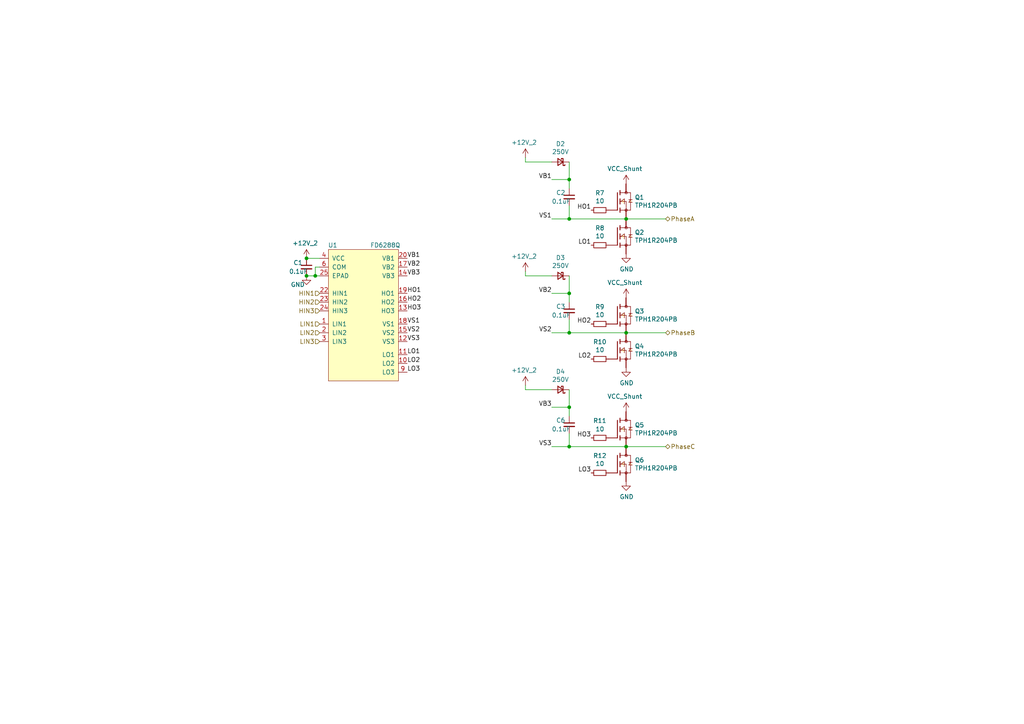
<source format=kicad_sch>
(kicad_sch (version 20250114) (generator "eeschema") (generator_version "9.0")
  (paper "A4")
  (lib_symbols
    (symbol "Device:C_Small" (pin_numbers (hide yes)) (pin_names (offset 0.254) (hide yes))
      (property "Reference" "C" (at 0.254 1.778 0))
      (property "Value" "C_Small" (at 0.254 -2.032 0))
      (symbol "C_Small_0_1"
        (polyline (pts (xy -1.524 0.508) (xy 1.524 0.508)) (stroke (width 0.3048)))
        (polyline (pts (xy -1.524 -0.508) (xy 1.524 -0.508)) (stroke (width 0.3302)))
      )
      (symbol "C_Small_1_1"
        (pin passive line (at 0 2.54 270) (length 2.032) (name "~") (number "1"))
        (pin passive line (at 0 -2.54 90) (length 2.032) (name "~") (number "2"))
      )
    )
    (symbol "Device:D_Schottky_Small" (pin_numbers (hide yes)) (pin_names (offset 0.254) (hide yes))
      (property "Reference" "D" (at -1.27 2.032 0))
      (property "Value" "D_Schottky_Small" (at -7.112 -2.032 0))
      (symbol "D_Schottky_Small_0_1"
        (polyline (pts (xy -1.27 0.762) (xy -1.27 1.016) (xy -0.762 1.016) (xy -0.762 -1.016) (xy -0.254 -1.016) (xy -0.254 -0.762)) (stroke (width 0.254)))
        (polyline (pts (xy -0.762 0) (xy 0.762 0)))
        (polyline (pts (xy 0.762 -1.016) (xy -0.762 0) (xy 0.762 1.016) (xy 0.762 -1.016)) (stroke (width 0.254)))
      )
      (symbol "D_Schottky_Small_1_1"
        (pin passive line (at -2.54 0 0) (length 1.778) (name "K") (number "1"))
        (pin passive line (at 2.54 0 180) (length 1.778) (name "A") (number "2"))
      )
    )
    (symbol "Device:R_Small" (pin_numbers (hide yes)) (pin_names (offset 0.254) (hide yes))
      (property "Reference" "R" (at 0 0 90))
      (property "Value" "R_Small" (at 1.778 0 90))
      (symbol "R_Small_0_1"
        (rectangle (start -0.762 1.778) (end 0.762 -1.778) (stroke (width 0.2032)))
      )
      (symbol "R_Small_1_1"
        (pin passive line (at 0 2.54 270) (length 0.762) (name "~") (number "1"))
        (pin passive line (at 0 -2.54 90) (length 0.762) (name "~") (number "2"))
      )
    )
    (symbol "Driver_FET:FD6288Q" (pin_names (offset 1.016))
      (property "Reference" "U" (at 1.27 -11.43 0))
      (property "Value" "Driver_FET_FD6288Q" (at 1.27 -13.335 0))
      (symbol "FD6288Q_0_1"
        (rectangle (start -8.89 -3.81) (end 11.43 -41.91) (stroke (width 0.127)) (fill (type background)))
      )
      (symbol "FD6288Q_1_1"
        (pin power_in line (at -11.43 -6.35 0) (length 2.54) (name "VCC") (number "4"))
        (pin power_in line (at -11.43 -8.89 0) (length 2.54) (name "COM") (number "6"))
        (pin power_in line (at -11.43 -11.43 0) (length 2.54) (name "EPAD") (number "25"))
        (pin bidirectional line (at -11.43 -16.51 0) (length 2.54) (name "HIN1") (number "22"))
        (pin bidirectional line (at -11.43 -19.05 0) (length 2.54) (name "HIN2") (number "23"))
        (pin bidirectional line (at -11.43 -21.59 0) (length 2.54) (name "HIN3") (number "24"))
        (pin bidirectional line (at -11.43 -25.4 0) (length 2.54) (name "LIN1") (number "1"))
        (pin bidirectional line (at -11.43 -27.94 0) (length 2.54) (name "LIN2") (number "2"))
        (pin bidirectional line (at -11.43 -30.48 0) (length 2.54) (name "LIN3") (number "3"))
        (pin bidirectional line (at 13.97 -6.35 180) (length 2.54) (name "VB1") (number "20"))
        (pin bidirectional line (at 13.97 -8.89 180) (length 2.54) (name "VB2") (number "17"))
        (pin bidirectional line (at 13.97 -11.43 180) (length 2.54) (name "VB3") (number "14"))
        (pin bidirectional line (at 13.97 -16.51 180) (length 2.54) (name "HO1") (number "19"))
        (pin bidirectional line (at 13.97 -19.05 180) (length 2.54) (name "HO2") (number "16"))
        (pin bidirectional line (at 13.97 -21.59 180) (length 2.54) (name "HO3") (number "13"))
        (pin bidirectional line (at 13.97 -25.4 180) (length 2.54) (name "VS1") (number "18"))
        (pin bidirectional line (at 13.97 -27.94 180) (length 2.54) (name "VS2") (number "15"))
        (pin bidirectional line (at 13.97 -30.48 180) (length 2.54) (name "VS3") (number "12"))
        (pin bidirectional line (at 13.97 -34.29 180) (length 2.54) (name "LO1") (number "11"))
        (pin bidirectional line (at 13.97 -36.83 180) (length 2.54) (name "LO2") (number "10"))
        (pin bidirectional line (at 13.97 -39.37 180) (length 2.54) (name "LO3") (number "9"))
      )
    )
    (symbol "JPW_Symbols:TPH1R204PB" (pin_numbers (hide yes)) (pin_names (offset 1.016) (hide yes))
      (property "Reference" "Q" (at -6.35 1.27 0))
      (property "Value" "JPW_Symbols_TPH1R204PB" (at -11.43 -7.62 0))
      (symbol "TPH1R204PB_0_0"
        (polyline (pts (xy -2.54 2.54) (xy -2.54 -2.54)) (stroke (width 0.254)))
        (polyline (pts (xy -1.778 3.175) (xy -1.778 2.54)) (stroke (width 0.254)))
        (polyline (pts (xy -1.778 2.54) (xy -1.778 1.905)) (stroke (width 0.254)))
        (polyline (pts (xy -1.778 2.54) (xy 1.27 2.54)) (stroke (width 0.1524)))
        (polyline (pts (xy -1.778 0.762) (xy -1.778 0)) (stroke (width 0.254)))
        (polyline (pts (xy -1.778 0) (xy -1.778 -0.762)) (stroke (width 0.254)))
        (polyline (pts (xy -1.778 0) (xy 0 0)) (stroke (width 0.1524)))
        (polyline (pts (xy -1.778 -1.905) (xy -1.778 -2.54)) (stroke (width 0.254)))
        (polyline (pts (xy -1.778 -2.54) (xy -1.778 -3.175)) (stroke (width 0.254)))
        (polyline (pts (xy -1.524 0) (xy -0.508 0.762) (xy -0.508 -0.762)) (stroke (width 0.1524)) (fill (type background)))
        (circle (center 0 2.54) (radius 0.3556))
        (polyline (pts (xy 0 0) (xy 0 -2.54)) (stroke (width 0.1524)))
        (polyline (pts (xy 0 -2.54) (xy -1.778 -2.54)) (stroke (width 0.1524)))
        (polyline (pts (xy 0 -2.54) (xy 1.27 -2.54)) (stroke (width 0.1524)))
        (circle (center 0 -2.54) (radius 0.3556))
        (polyline (pts (xy 1.27 2.54) (xy 1.27 0.508)) (stroke (width 0.1524)))
        (polyline (pts (xy 1.27 0.508) (xy 0.762 0.508)) (stroke (width 0.1524)))
        (polyline (pts (xy 1.27 0.508) (xy 1.27 -2.54)) (stroke (width 0.1524)))
        (polyline (pts (xy 1.27 0.508) (xy 0.762 -0.254) (xy 1.778 -0.254)) (stroke (width 0.1524)) (fill (type background)))
        (polyline (pts (xy 1.778 0.508) (xy 1.27 0.508)) (stroke (width 0.1524)))
        (pin passive line (at -5.08 -2.54 0) (length 2.54) (name "~") (number "4"))
        (pin passive line (at 0 5.08 270) (length 2.54) (name "~") (number "5"))
        (pin passive line (at 0 5.08 270) (length 2.54) (name "~") (number "6"))
        (pin passive line (at 0 5.08 270) (length 2.54) (name "~") (number "7"))
        (pin passive line (at 0 5.08 270) (length 2.54) (name "~") (number "8"))
        (pin passive line (at 0 5.08 270) (length 2.54) (name "~") (number "9"))
        (pin passive line (at 0 -5.08 90) (length 2.54) (name "~") (number "1"))
        (pin passive line (at 0 -5.08 90) (length 2.54) (name "~") (number "2"))
        (pin passive line (at 0 -5.08 90) (length 2.54) (name "~") (number "3"))
      )
    )
    (symbol "power:+12V_2" (power) (pin_names (offset 1.016))
      (property "Value" "power_+12V_2" (at 0 3.81 0))
      (symbol "+12V_2_1_1"
        (polyline (pts (xy -0.762 1.27) (xy 0 2.54)))
        (polyline (pts (xy 0 2.54) (xy 0.762 1.27)))
        (polyline (pts (xy 0 0) (xy 0 2.54)))
        (pin power_in line (at 0 0 90) (length 0) (hide yes) (name "+12V_2") (number "1"))
      )
    )
    (symbol "power:GND" (power) (pin_numbers (hide yes)) (pin_names (offset 0) (hide yes))
      (property "Value" "GND" (at 0 -3.81 0))
      (symbol "GND_0_1"
        (polyline (pts (xy 0 0) (xy 0 -1.27) (xy 1.27 -1.27) (xy 0 -2.54) (xy -1.27 -1.27) (xy 0 -1.27)))
      )
      (symbol "GND_1_1"
        (pin power_in line (at 0 0 270) (length 0) (name "~") (number "1"))
      )
    )
    (symbol "power:VCC_Shunt" (power) (pin_names (offset 1.016))
      (property "Value" "power_VCC_Shunt" (at 5.08 5.08 0))
      (symbol "VCC_Shunt_1_1"
        (polyline (pts (xy -0.762 1.27) (xy 0 2.54)))
        (polyline (pts (xy 0 2.54) (xy 0.762 1.27)))
        (polyline (pts (xy 0 0) (xy 0 2.54)))
        (pin power_in line (at 0 0 90) (length 0) (hide yes) (name "VCC_Shunt") (number "1"))
      )
    )
  )
  (junction (at 165.1 52.07))
  (junction (at 88.9 80.01))
  (junction (at 165.1 129.54))
  (junction (at 165.1 85.09))
  (junction (at 181.61 96.52))
  (junction (at 165.1 96.52))
  (junction (at 91.44 80.01))
  (junction (at 181.61 129.54))
  (junction (at 165.1 118.11))
  (junction (at 88.9 74.93))
  (junction (at 165.1 63.5))
  (junction (at 181.61 63.5))
  (wire (pts (xy 165.1 129.54) (xy 181.61 129.54)))
  (wire (pts (xy 160.02 118.11) (xy 165.1 118.11)))
  (wire (pts (xy 181.61 129.54) (xy 193.04 129.54)))
  (wire (pts (xy 165.1 52.07) (xy 165.1 54.61)))
  (wire (pts (xy 160.02 96.52) (xy 165.1 96.52)))
  (wire (pts (xy 165.1 59.69) (xy 165.1 63.5)))
  (wire (pts (xy 165.1 46.99) (xy 165.1 52.07)))
  (wire (pts (xy 165.1 125.73) (xy 165.1 129.54)))
  (wire (pts (xy 88.9 74.93) (xy 92.71 74.93)))
  (wire (pts (xy 160.02 85.09) (xy 165.1 85.09)))
  (wire (pts (xy 91.44 80.01) (xy 88.9 80.01)))
  (wire (pts (xy 165.1 92.71) (xy 165.1 96.52)))
  (wire (pts (xy 181.61 63.5) (xy 193.04 63.5)))
  (wire (pts (xy 165.1 80.01) (xy 165.1 85.09)))
  (wire (pts (xy 152.4 113.03) (xy 160.02 113.03)))
  (wire (pts (xy 152.4 113.03) (xy 152.4 111.76)))
  (wire (pts (xy 152.4 80.01) (xy 152.4 78.74)))
  (wire (pts (xy 92.71 80.01) (xy 91.44 80.01)))
  (wire (pts (xy 165.1 63.5) (xy 181.61 63.5)))
  (wire (pts (xy 165.1 113.03) (xy 165.1 118.11)))
  (wire (pts (xy 91.44 77.47) (xy 92.71 77.47)))
  (wire (pts (xy 160.02 129.54) (xy 165.1 129.54)))
  (wire (pts (xy 152.4 46.99) (xy 152.4 45.72)))
  (wire (pts (xy 160.02 52.07) (xy 165.1 52.07)))
  (wire (pts (xy 165.1 118.11) (xy 165.1 120.65)))
  (wire (pts (xy 165.1 85.09) (xy 165.1 87.63)))
  (wire (pts (xy 152.4 46.99) (xy 160.02 46.99)))
  (wire (pts (xy 181.61 96.52) (xy 193.04 96.52)))
  (wire (pts (xy 91.44 80.01) (xy 91.44 77.47)))
  (wire (pts (xy 160.02 63.5) (xy 165.1 63.5)))
  (wire (pts (xy 165.1 96.52) (xy 181.61 96.52)))
  (wire (pts (xy 152.4 80.01) (xy 160.02 80.01)))
  (label "LO1" (at 171.45 71.12 180))
  (label "VB1" (at 118.11 74.93 0))
  (label "VS1" (at 118.11 93.98 0))
  (label "VB2" (at 160.02 85.09 180))
  (label "LO1" (at 118.11 102.87 0))
  (label "VB3" (at 160.02 118.11 180))
  (label "VS3" (at 160.02 129.54 180))
  (label "HO3" (at 171.45 127 180))
  (label "HO3" (at 118.11 90.17 0))
  (label "LO3" (at 171.45 137.16 180))
  (label "VS2" (at 160.02 96.52 180))
  (label "LO3" (at 118.11 107.95 0))
  (label "VS2" (at 118.11 96.52 0))
  (label "HO1" (at 118.11 85.09 0))
  (label "VB3" (at 118.11 80.01 0))
  (label "LO2" (at 171.45 104.14 180))
  (label "HO1" (at 171.45 60.96 180))
  (label "VB1" (at 160.02 52.07 180))
  (label "VS3" (at 118.11 99.06 0))
  (label "LO2" (at 118.11 105.41 0))
  (label "VB2" (at 118.11 77.47 0))
  (label "HO2" (at 118.11 87.63 0))
  (label "HO2" (at 171.45 93.98 180))
  (label "VS1" (at 160.02 63.5 180))
  (hierarchical_label "LIN2" (shape input) (at 92.71 96.52 180))
  (hierarchical_label "LIN3" (shape input) (at 92.71 99.06 180))
  (hierarchical_label "HIN1" (shape input) (at 92.71 85.09 180))
  (hierarchical_label "LIN1" (shape input) (at 92.71 93.98 180))
  (hierarchical_label "HIN2" (shape input) (at 92.71 87.63 180))
  (hierarchical_label "PhaseB" (shape bidirectional) (at 193.04 96.52 0))
  (hierarchical_label "HIN3" (shape input) (at 92.71 90.17 180))
  (hierarchical_label "PhaseA" (shape bidirectional) (at 193.04 63.5 0))
  (hierarchical_label "PhaseC" (shape bidirectional) (at 193.04 129.54 0))
  (symbol (lib_id "Device:C_Small") (at 165.1 123.19 0) (unit 1)
    (property "Reference" "C6" (at 161.29 121.92 0) (effects (justify left)))
    (property "Value" "0.1uF" (at 160.02 124.46 0) (effects (justify left)))
    (property "Footprint" "Capacitor_SMD:C_0603_1608Metric" (effects (hide yes)))
    (property "Notes" "VCC Rated" (effects (hide yes)))
    (instances (project "" (path "" (reference "C6") (unit 1)) (path "" (reference "C44") (unit 1))))
  )
  (symbol (lib_id "Device:R_Small") (at 173.99 60.96 270) (unit 1)
    (property "Reference" "R7" (at 173.99 55.9816 90))
    (property "Value" "10" (at 173.99 58.293 90))
    (property "Footprint" "Resistor_SMD:R_0402_1005Metric" (effects (hide yes)))
    (instances (project "" (path "" (reference "R7") (unit 1)) (path "" (reference "R55") (unit 1))))
  )
  (symbol (lib_id "power:GND") (at 181.61 106.68 0) (unit 1)
    (property "Reference" "#PWR0111" (effects (hide yes)))
    (property "Value" "GND" (at 181.737 111.0742 0))
    (instances (project "" (path "" (reference "#PWR0111") (unit 1)) (path "" (reference "#PWR0169") (unit 1))))
  )
  (symbol (lib_id "Device:R_Small") (at 173.99 104.14 270) (unit 1)
    (property "Reference" "R10" (at 173.99 99.1616 90))
    (property "Value" "10" (at 173.99 101.473 90))
    (property "Footprint" "Resistor_SMD:R_0402_1005Metric" (effects (hide yes)))
    (instances (project "" (path "" (reference "R10") (unit 1)) (path "" (reference "R58") (unit 1))))
  )
  (symbol (lib_id "Device:R_Small") (at 173.99 93.98 270) (unit 1)
    (property "Reference" "R9" (at 173.99 89.0016 90))
    (property "Value" "10" (at 173.99 91.313 90))
    (property "Footprint" "Resistor_SMD:R_0402_1005Metric" (effects (hide yes)))
    (instances (project "" (path "" (reference "R9") (unit 1)) (path "" (reference "R57") (unit 1))))
  )
  (symbol (lib_id "Device:R_Small") (at 173.99 127 270) (unit 1)
    (property "Reference" "R11" (at 173.99 122.0216 90))
    (property "Value" "10" (at 173.99 124.46 90))
    (property "Footprint" "Resistor_SMD:R_0402_1005Metric" (effects (hide yes)))
    (instances (project "" (path "" (reference "R11") (unit 1)) (path "" (reference "R59") (unit 1))))
  )
  (symbol (lib_id "power:VCC_Shunt") (at 181.61 119.38 0) (unit 1)
    (property "Reference" "#PWR0119" (effects (hide yes)))
    (property "Value" "VCC_Shunt" (at 181.229 114.9858 0))
    (instances (project "" (path "" (reference "#PWR0119") (unit 1)) (path "" (reference "#PWR0173") (unit 1))))
  )
  (symbol (lib_id "Device:D_Schottky_Small") (at 162.56 80.01 180) (unit 1)
    (property "Reference" "D3" (at 162.56 74.7522 0))
    (property "Value" "250V" (at 162.56 77.0636 0))
    (property "Footprint" "Diode_SMD:D_SOD-523" (effects (hide yes)))
    (instances (project "" (path "" (reference "D3") (unit 1)) (path "" (reference "D11") (unit 1))))
  )
  (symbol (lib_id "power:GND") (at 181.61 139.7 0) (unit 1)
    (property "Reference" "#PWR0112" (effects (hide yes)))
    (property "Value" "GND" (at 181.737 144.0942 0))
    (instances (project "" (path "" (reference "#PWR0112") (unit 1)) (path "" (reference "#PWR0170") (unit 1))))
  )
  (symbol (lib_id "Device:R_Small") (at 173.99 137.16 270) (unit 1)
    (property "Reference" "R12" (at 173.99 132.1816 90))
    (property "Value" "10" (at 173.99 134.493 90))
    (property "Footprint" "Resistor_SMD:R_0402_1005Metric" (effects (hide yes)))
    (instances (project "" (path "" (reference "R12") (unit 1)) (path "" (reference "R60") (unit 1))))
  )
  (symbol (lib_id "power:VCC_Shunt") (at 181.61 86.36 0) (unit 1)
    (property "Reference" "#PWR0118" (effects (hide yes)))
    (property "Value" "VCC_Shunt" (at 181.229 81.9658 0))
    (instances (project "" (path "" (reference "#PWR0118") (unit 1)) (path "" (reference "#PWR0172") (unit 1))))
  )
  (symbol (lib_id "power:GND") (at 181.61 73.66 0) (unit 1)
    (property "Reference" "#PWR0110" (effects (hide yes)))
    (property "Value" "GND" (at 181.737 78.0542 0))
    (instances (project "" (path "" (reference "#PWR0110") (unit 1)) (path "" (reference "#PWR0168") (unit 1))))
  )
  (symbol (lib_id "Device:D_Schottky_Small") (at 162.56 46.99 180) (unit 1)
    (property "Reference" "D2" (at 162.56 41.7322 0))
    (property "Value" "250V" (at 162.56 44.0436 0))
    (property "Footprint" "Diode_SMD:D_SOD-523" (effects (hide yes)))
    (instances (project "" (path "" (reference "D2") (unit 1)) (path "" (reference "D10") (unit 1))))
  )
  (symbol (lib_id "Device:D_Schottky_Small") (at 162.56 113.03 180) (unit 1)
    (property "Reference" "D4" (at 162.56 107.7722 0))
    (property "Value" "250V" (at 162.56 110.0836 0))
    (property "Footprint" "Diode_SMD:D_SOD-523" (effects (hide yes)))
    (instances (project "" (path "" (reference "D4") (unit 1)) (path "" (reference "D12") (unit 1))))
  )
  (symbol (lib_id "Device:R_Small") (at 173.99 71.12 270) (unit 1)
    (property "Reference" "R8" (at 173.99 66.1416 90))
    (property "Value" "10" (at 173.99 68.453 90))
    (property "Footprint" "Resistor_SMD:R_0402_1005Metric" (effects (hide yes)))
    (instances (project "" (path "" (reference "R8") (unit 1)) (path "" (reference "R56") (unit 1))))
  )
  (symbol (lib_id "power:VCC_Shunt") (at 181.61 53.34 0) (unit 1)
    (property "Reference" "#PWR0117" (effects (hide yes)))
    (property "Value" "VCC_Shunt" (at 181.229 48.9458 0))
    (instances (project "" (path "" (reference "#PWR0117") (unit 1)) (path "" (reference "#PWR0171") (unit 1))))
  )
  (symbol (lib_id "power:GND") (at 88.9 80.01 0) (unit 1)
    (property "Reference" "#PWR0109" (effects (hide yes)))
    (property "Value" "GND" (at 86.36 82.55 0))
    (instances (project "" (path "" (reference "#PWR0109") (unit 1)) (path "" (reference "#PWR0167") (unit 1))))
  )
  (symbol (lib_id "Device:C_Small") (at 88.9 77.47 0) (unit 1)
    (property "Reference" "C1" (at 85.09 76.2 0) (effects (justify left)))
    (property "Value" "0.1uF" (at 83.82 78.74 0) (effects (justify left)))
    (property "Footprint" "Capacitor_SMD:C_0402_1005Metric" (effects (hide yes)))
    (property "Notes" "12V Rated" (effects (hide yes)))
    (instances (project "" (path "" (reference "C1") (unit 1)) (path "" (reference "C41") (unit 1))))
  )
  (symbol (lib_id "Device:C_Small") (at 165.1 90.17 0) (unit 1)
    (property "Reference" "C3" (at 161.29 88.9 0) (effects (justify left)))
    (property "Value" "0.1uF" (at 160.02 91.44 0) (effects (justify left)))
    (property "Footprint" "Capacitor_SMD:C_0603_1608Metric" (effects (hide yes)))
    (property "Notes" "VCC Rated" (effects (hide yes)))
    (instances (project "" (path "" (reference "C3") (unit 1)) (path "" (reference "C43") (unit 1))))
  )
  (symbol (lib_id "Device:C_Small") (at 165.1 57.15 0) (unit 1)
    (property "Reference" "C2" (at 161.29 55.88 0) (effects (justify left)))
    (property "Value" "0.1uF" (at 160.02 58.42 0) (effects (justify left)))
    (property "Footprint" "Capacitor_SMD:C_0603_1608Metric" (effects (hide yes)))
    (property "Notes" "VCC Rated" (effects (hide yes)))
    (instances (project "" (path "" (reference "C2") (unit 1)) (path "" (reference "C42") (unit 1))))
  )
  (symbol (lib_id "Driver_FET:FD6288Q") (at 104.14 68.58 0) (unit 1)
    (property "Reference" "U1" (at 96.52 71.12 0))
    (property "Value" "FD6288Q" (at 111.76 71.12 0))
    (property "Footprint" "Package_DFN_QFN:QFN-24-1EP_4x4mm_P0.5mm_EP2.7x2.7mm" (effects (hide yes)))
    (instances (project "" (path "" (reference "U1") (unit 1)) (path "" (reference "U11") (unit 1))))
  )
  (symbol (lib_id "power:+12V_2") (at 152.4 45.72 0) (unit 1)
    (property "Reference" "#PWR0125" (effects (hide yes)))
    (property "Value" "+12V_2" (at 152.019 41.3258 0))
    (instances (project "" (path "" (reference "#PWR0125") (unit 1)) (path "" (reference "#PWR0174") (unit 1))))
  )
  (symbol (lib_id "power:+12V_2") (at 152.4 78.74 0) (unit 1)
    (property "Reference" "#PWR0126" (effects (hide yes)))
    (property "Value" "+12V_2" (at 152.019 74.3458 0))
    (instances (project "" (path "" (reference "#PWR0126") (unit 1)) (path "" (reference "#PWR0175") (unit 1))))
  )
  (symbol (lib_id "power:+12V_2") (at 152.4 111.76 0) (unit 1)
    (property "Reference" "#PWR0127" (effects (hide yes)))
    (property "Value" "+12V_2" (at 152.019 107.3658 0))
    (instances (project "" (path "" (reference "#PWR0127") (unit 1)) (path "" (reference "#PWR0187") (unit 1))))
  )
  (symbol (lib_id "power:+12V_2") (at 88.9 74.93 0) (unit 1)
    (property "Reference" "#PWR0150" (effects (hide yes)))
    (property "Value" "+12V_2" (at 88.519 70.5358 0))
    (instances (project "" (path "" (reference "#PWR0150") (unit 1)) (path "" (reference "#PWR0189") (unit 1))))
  )
  (symbol (lib_id "JPW_Symbols:TPH1R204PB") (at 181.61 58.42 0) (unit 1)
    (property "Reference" "Q1" (at 184.0992 57.2516 0) (effects (justify left)))
    (property "Value" "TPH1R204PB" (at 184.0992 59.563 0) (effects (justify left)))
    (property "Footprint" "Footprints:TPH1R204PB" (effects (hide yes)))
    (property "MANUFACTURER" "TOSHIBA" (effects (hide yes)))
    (property "PARTREV" "3" (effects (hide yes)))
    (instances (project "" (path "" (reference "Q1") (unit 1)) (path "" (reference "Q19") (unit 1))))
  )
  (symbol (lib_id "JPW_Symbols:TPH1R204PB") (at 181.61 68.58 0) (unit 1)
    (property "Reference" "Q2" (at 184.0992 67.4116 0) (effects (justify left)))
    (property "Value" "TPH1R204PB" (at 184.0992 69.723 0) (effects (justify left)))
    (property "Footprint" "Footprints:TPH1R204PB" (effects (hide yes)))
    (property "MANUFACTURER" "TOSHIBA" (effects (hide yes)))
    (property "PARTREV" "3" (effects (hide yes)))
    (instances (project "" (path "" (reference "Q2") (unit 1)) (path "" (reference "Q20") (unit 1))))
  )
  (symbol (lib_id "JPW_Symbols:TPH1R204PB") (at 181.61 91.44 0) (unit 1)
    (property "Reference" "Q3" (at 184.0992 90.2716 0) (effects (justify left)))
    (property "Value" "TPH1R204PB" (at 184.0992 92.583 0) (effects (justify left)))
    (property "Footprint" "Footprints:TPH1R204PB" (effects (hide yes)))
    (property "MANUFACTURER" "TOSHIBA" (effects (hide yes)))
    (property "PARTREV" "3" (effects (hide yes)))
    (instances (project "" (path "" (reference "Q3") (unit 1)) (path "" (reference "Q21") (unit 1))))
  )
  (symbol (lib_id "JPW_Symbols:TPH1R204PB") (at 181.61 101.6 0) (unit 1)
    (property "Reference" "Q4" (at 184.0992 100.4316 0) (effects (justify left)))
    (property "Value" "TPH1R204PB" (at 184.0992 102.743 0) (effects (justify left)))
    (property "Footprint" "Footprints:TPH1R204PB" (effects (hide yes)))
    (property "MANUFACTURER" "TOSHIBA" (effects (hide yes)))
    (property "PARTREV" "3" (effects (hide yes)))
    (instances (project "" (path "" (reference "Q4") (unit 1)) (path "" (reference "Q22") (unit 1))))
  )
  (symbol (lib_id "JPW_Symbols:TPH1R204PB") (at 181.61 124.46 0) (unit 1)
    (property "Reference" "Q5" (at 184.0992 123.2916 0) (effects (justify left)))
    (property "Value" "TPH1R204PB" (at 184.0992 125.603 0) (effects (justify left)))
    (property "Footprint" "Footprints:TPH1R204PB" (effects (hide yes)))
    (property "MANUFACTURER" "TOSHIBA" (effects (hide yes)))
    (property "PARTREV" "3" (effects (hide yes)))
    (instances (project "" (path "" (reference "Q5") (unit 1)) (path "" (reference "Q23") (unit 1))))
  )
  (symbol (lib_id "JPW_Symbols:TPH1R204PB") (at 181.61 134.62 0) (unit 1)
    (property "Reference" "Q6" (at 184.0992 133.4516 0) (effects (justify left)))
    (property "Value" "TPH1R204PB" (at 184.0992 135.763 0) (effects (justify left)))
    (property "Footprint" "Footprints:TPH1R204PB" (effects (hide yes)))
    (property "MANUFACTURER" "TOSHIBA" (effects (hide yes)))
    (property "PARTREV" "3" (effects (hide yes)))
    (instances (project "" (path "" (reference "Q6") (unit 1)) (path "" (reference "Q24") (unit 1))))
  )
)
</source>
